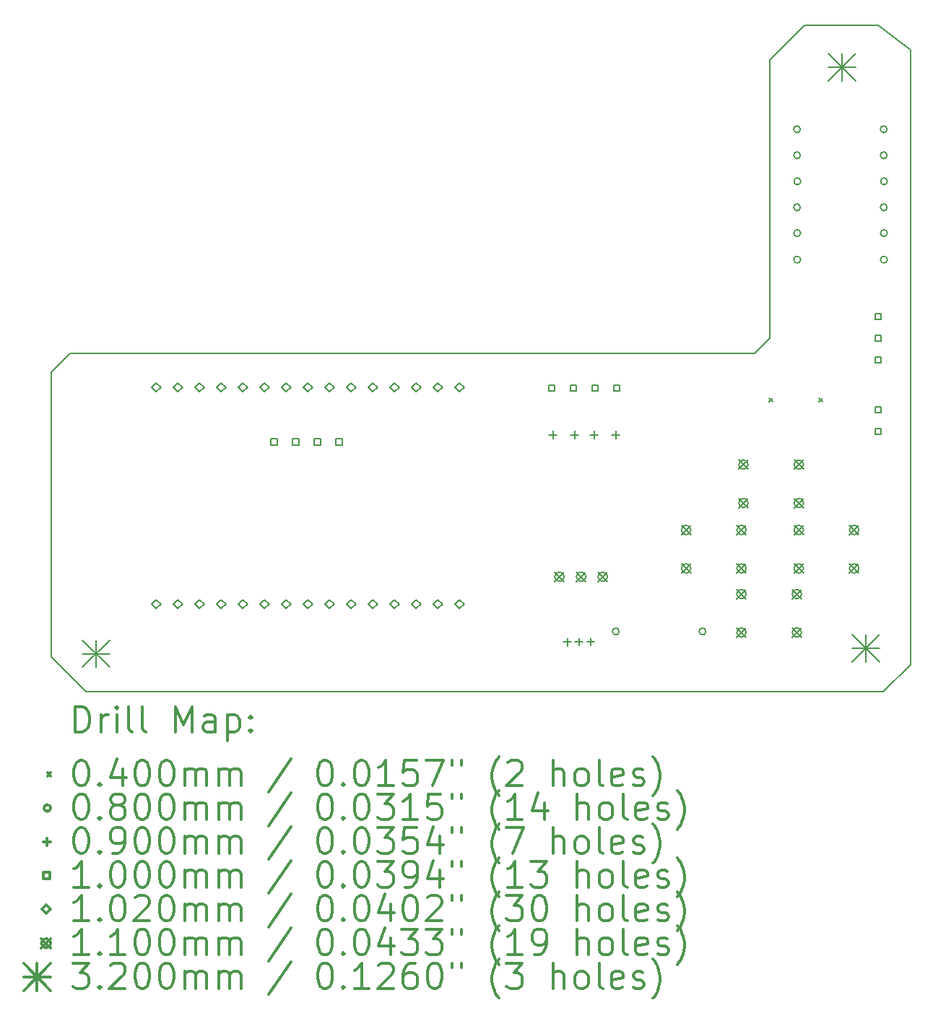
<source format=gbr>
%FSLAX45Y45*%
G04 Gerber Fmt 4.5, Leading zero omitted, Abs format (unit mm)*
G04 Created by KiCad (PCBNEW (5.1.10)-1) date 2024-12-13 18:52:23*
%MOMM*%
%LPD*%
G01*
G04 APERTURE LIST*
%TA.AperFunction,Profile*%
%ADD10C,0.150000*%
%TD*%
%ADD11C,0.200000*%
%ADD12C,0.300000*%
G04 APERTURE END LIST*
D10*
X18677564Y-4869535D02*
X17890164Y-4869535D01*
X18753764Y-4869535D02*
X18677564Y-4869535D01*
X19134764Y-5161635D02*
X18753764Y-4869535D01*
X19134764Y-12362535D02*
X19134764Y-5161635D01*
X18817264Y-12680035D02*
X19134764Y-12362535D01*
X9470064Y-12680035D02*
X18817264Y-12680035D01*
X9063664Y-12273635D02*
X9470064Y-12680035D01*
X9063663Y-8933535D02*
X9063664Y-12273635D01*
X9279564Y-8717635D02*
X9063663Y-8933535D01*
X17305964Y-8717635D02*
X9279564Y-8717635D01*
X17483763Y-8539835D02*
X17305964Y-8717635D01*
X17483763Y-5275935D02*
X17483763Y-8539835D01*
X17890164Y-4869535D02*
X17483763Y-5275935D01*
D11*
X17476464Y-9243735D02*
X17516464Y-9283735D01*
X17516464Y-9243735D02*
X17476464Y-9283735D01*
X18060664Y-9243735D02*
X18100664Y-9283735D01*
X18100664Y-9243735D02*
X18060664Y-9283735D01*
X15720363Y-11975185D02*
G75*
G03*
X15720363Y-11975185I-40000J0D01*
G01*
X16736363Y-11975185D02*
G75*
G03*
X16736363Y-11975185I-40000J0D01*
G01*
X17845835Y-6396837D02*
G75*
G03*
X17845835Y-6396837I-40000J0D01*
G01*
X17845836Y-7006437D02*
G75*
G03*
X17845836Y-7006437I-40000J0D01*
G01*
X17845836Y-6092037D02*
G75*
G03*
X17845836Y-6092037I-40000J0D01*
G01*
X17847614Y-7307935D02*
G75*
G03*
X17847614Y-7307935I-40000J0D01*
G01*
X17847614Y-7619085D02*
G75*
G03*
X17847614Y-7619085I-40000J0D01*
G01*
X17848636Y-6701637D02*
G75*
G03*
X17848636Y-6701637I-40000J0D01*
G01*
X18861835Y-6396837D02*
G75*
G03*
X18861835Y-6396837I-40000J0D01*
G01*
X18861836Y-7006437D02*
G75*
G03*
X18861836Y-7006437I-40000J0D01*
G01*
X18861836Y-6092037D02*
G75*
G03*
X18861836Y-6092037I-40000J0D01*
G01*
X18863614Y-7307935D02*
G75*
G03*
X18863614Y-7307935I-40000J0D01*
G01*
X18863614Y-7619085D02*
G75*
G03*
X18863614Y-7619085I-40000J0D01*
G01*
X18864636Y-6701637D02*
G75*
G03*
X18864636Y-6701637I-40000J0D01*
G01*
X14943764Y-9625135D02*
X14943764Y-9715135D01*
X14898764Y-9670135D02*
X14988764Y-9670135D01*
X15111403Y-12052275D02*
X15111403Y-12142275D01*
X15066403Y-12097275D02*
X15156403Y-12097275D01*
X15197764Y-9625135D02*
X15197764Y-9715135D01*
X15152764Y-9670135D02*
X15242764Y-9670135D01*
X15248563Y-12050835D02*
X15248563Y-12140835D01*
X15203563Y-12095835D02*
X15293563Y-12095835D01*
X15385723Y-12050835D02*
X15385723Y-12140835D01*
X15340723Y-12095835D02*
X15430723Y-12095835D01*
X15426363Y-9625135D02*
X15426363Y-9715135D01*
X15381363Y-9670135D02*
X15471363Y-9670135D01*
X15680363Y-9625135D02*
X15680363Y-9715135D01*
X15635363Y-9670135D02*
X15725363Y-9670135D01*
X11708819Y-9788491D02*
X11708819Y-9717779D01*
X11638108Y-9717779D01*
X11638108Y-9788491D01*
X11708819Y-9788491D01*
X11962819Y-9788491D02*
X11962819Y-9717779D01*
X11892108Y-9717779D01*
X11892108Y-9788491D01*
X11962819Y-9788491D01*
X12216819Y-9788491D02*
X12216819Y-9717779D01*
X12146108Y-9717779D01*
X12146108Y-9788491D01*
X12216819Y-9788491D01*
X12470819Y-9788491D02*
X12470819Y-9717779D01*
X12400108Y-9717779D01*
X12400108Y-9788491D01*
X12470819Y-9788491D01*
X14966419Y-9159391D02*
X14966419Y-9088679D01*
X14895708Y-9088679D01*
X14895708Y-9159391D01*
X14966419Y-9159391D01*
X15220419Y-9159391D02*
X15220419Y-9088679D01*
X15149708Y-9088679D01*
X15149708Y-9159391D01*
X15220419Y-9159391D01*
X15474419Y-9159391D02*
X15474419Y-9088679D01*
X15403708Y-9088679D01*
X15403708Y-9159391D01*
X15474419Y-9159391D01*
X15728419Y-9159391D02*
X15728419Y-9088679D01*
X15657708Y-9088679D01*
X15657708Y-9159391D01*
X15728419Y-9159391D01*
X18789119Y-8321190D02*
X18789119Y-8250479D01*
X18718408Y-8250479D01*
X18718408Y-8321190D01*
X18789119Y-8321190D01*
X18789119Y-8575191D02*
X18789119Y-8504479D01*
X18718408Y-8504479D01*
X18718408Y-8575191D01*
X18789119Y-8575191D01*
X18789119Y-8829191D02*
X18789119Y-8758479D01*
X18718408Y-8758479D01*
X18718408Y-8829191D01*
X18789119Y-8829191D01*
X18789119Y-9413391D02*
X18789119Y-9342679D01*
X18718408Y-9342679D01*
X18718408Y-9413391D01*
X18789119Y-9413391D01*
X18789119Y-9667391D02*
X18789119Y-9596679D01*
X18718408Y-9596679D01*
X18718408Y-9667391D01*
X18789119Y-9667391D01*
X10293464Y-9162335D02*
X10344464Y-9111335D01*
X10293464Y-9060335D01*
X10242464Y-9111335D01*
X10293464Y-9162335D01*
X10293464Y-11702335D02*
X10344464Y-11651335D01*
X10293464Y-11600335D01*
X10242464Y-11651335D01*
X10293464Y-11702335D01*
X10547464Y-9162335D02*
X10598464Y-9111335D01*
X10547464Y-9060335D01*
X10496464Y-9111335D01*
X10547464Y-9162335D01*
X10547464Y-11702335D02*
X10598464Y-11651335D01*
X10547464Y-11600335D01*
X10496464Y-11651335D01*
X10547464Y-11702335D01*
X10801464Y-9162335D02*
X10852464Y-9111335D01*
X10801464Y-9060335D01*
X10750464Y-9111335D01*
X10801464Y-9162335D01*
X10801464Y-11702335D02*
X10852464Y-11651335D01*
X10801464Y-11600335D01*
X10750464Y-11651335D01*
X10801464Y-11702335D01*
X11055464Y-9162335D02*
X11106464Y-9111335D01*
X11055464Y-9060335D01*
X11004464Y-9111335D01*
X11055464Y-9162335D01*
X11055464Y-11702335D02*
X11106464Y-11651335D01*
X11055464Y-11600335D01*
X11004464Y-11651335D01*
X11055464Y-11702335D01*
X11309463Y-9162335D02*
X11360463Y-9111335D01*
X11309463Y-9060335D01*
X11258463Y-9111335D01*
X11309463Y-9162335D01*
X11309463Y-11702335D02*
X11360463Y-11651335D01*
X11309463Y-11600335D01*
X11258463Y-11651335D01*
X11309463Y-11702335D01*
X11563463Y-9162335D02*
X11614463Y-9111335D01*
X11563463Y-9060335D01*
X11512463Y-9111335D01*
X11563463Y-9162335D01*
X11563463Y-11702335D02*
X11614463Y-11651335D01*
X11563463Y-11600335D01*
X11512463Y-11651335D01*
X11563463Y-11702335D01*
X11817463Y-9162335D02*
X11868463Y-9111335D01*
X11817463Y-9060335D01*
X11766463Y-9111335D01*
X11817463Y-9162335D01*
X11817463Y-11702335D02*
X11868463Y-11651335D01*
X11817463Y-11600335D01*
X11766463Y-11651335D01*
X11817463Y-11702335D01*
X12071463Y-9162335D02*
X12122463Y-9111335D01*
X12071463Y-9060335D01*
X12020463Y-9111335D01*
X12071463Y-9162335D01*
X12071463Y-11702335D02*
X12122463Y-11651335D01*
X12071463Y-11600335D01*
X12020463Y-11651335D01*
X12071463Y-11702335D01*
X12325463Y-9162335D02*
X12376463Y-9111335D01*
X12325463Y-9060335D01*
X12274463Y-9111335D01*
X12325463Y-9162335D01*
X12325463Y-11702335D02*
X12376463Y-11651335D01*
X12325463Y-11600335D01*
X12274463Y-11651335D01*
X12325463Y-11702335D01*
X12579463Y-9162335D02*
X12630463Y-9111335D01*
X12579463Y-9060335D01*
X12528463Y-9111335D01*
X12579463Y-9162335D01*
X12579463Y-11702335D02*
X12630463Y-11651335D01*
X12579463Y-11600335D01*
X12528463Y-11651335D01*
X12579463Y-11702335D01*
X12833463Y-9162335D02*
X12884463Y-9111335D01*
X12833463Y-9060335D01*
X12782463Y-9111335D01*
X12833463Y-9162335D01*
X12833463Y-11702335D02*
X12884463Y-11651335D01*
X12833463Y-11600335D01*
X12782463Y-11651335D01*
X12833463Y-11702335D01*
X13087463Y-9162335D02*
X13138463Y-9111335D01*
X13087463Y-9060335D01*
X13036463Y-9111335D01*
X13087463Y-9162335D01*
X13087463Y-11702335D02*
X13138463Y-11651335D01*
X13087463Y-11600335D01*
X13036463Y-11651335D01*
X13087463Y-11702335D01*
X13341463Y-9162335D02*
X13392463Y-9111335D01*
X13341463Y-9060335D01*
X13290463Y-9111335D01*
X13341463Y-9162335D01*
X13341463Y-11702335D02*
X13392463Y-11651335D01*
X13341463Y-11600335D01*
X13290463Y-11651335D01*
X13341463Y-11702335D01*
X13595463Y-9162335D02*
X13646463Y-9111335D01*
X13595463Y-9060335D01*
X13544463Y-9111335D01*
X13595463Y-9162335D01*
X13595463Y-11702335D02*
X13646463Y-11651335D01*
X13595463Y-11600335D01*
X13544463Y-11651335D01*
X13595463Y-11702335D01*
X13849463Y-9162335D02*
X13900463Y-9111335D01*
X13849463Y-9060335D01*
X13798463Y-9111335D01*
X13849463Y-9162335D01*
X13849463Y-11702335D02*
X13900463Y-11651335D01*
X13849463Y-11600335D01*
X13798463Y-11651335D01*
X13849463Y-11702335D01*
X14964964Y-11278835D02*
X15074964Y-11388835D01*
X15074964Y-11278835D02*
X14964964Y-11388835D01*
X15074964Y-11333835D02*
G75*
G03*
X15074964Y-11333835I-55000J0D01*
G01*
X15218964Y-11278835D02*
X15328964Y-11388835D01*
X15328964Y-11278835D02*
X15218964Y-11388835D01*
X15328964Y-11333835D02*
G75*
G03*
X15328964Y-11333835I-55000J0D01*
G01*
X15472964Y-11278835D02*
X15582964Y-11388835D01*
X15582964Y-11278835D02*
X15472964Y-11388835D01*
X15582964Y-11333835D02*
G75*
G03*
X15582964Y-11333835I-55000J0D01*
G01*
X16449600Y-10731273D02*
X16559600Y-10841273D01*
X16559600Y-10731273D02*
X16449600Y-10841273D01*
X16559600Y-10786273D02*
G75*
G03*
X16559600Y-10786273I-55000J0D01*
G01*
X16449600Y-11181273D02*
X16559600Y-11291273D01*
X16559600Y-11181273D02*
X16449600Y-11291273D01*
X16559600Y-11236273D02*
G75*
G03*
X16559600Y-11236273I-55000J0D01*
G01*
X17098564Y-11482035D02*
X17208564Y-11592035D01*
X17208564Y-11482035D02*
X17098564Y-11592035D01*
X17208564Y-11537035D02*
G75*
G03*
X17208564Y-11537035I-55000J0D01*
G01*
X17098564Y-11932035D02*
X17208564Y-12042035D01*
X17208564Y-11932035D02*
X17098564Y-12042035D01*
X17208564Y-11987035D02*
G75*
G03*
X17208564Y-11987035I-55000J0D01*
G01*
X17099601Y-10731273D02*
X17209601Y-10841273D01*
X17209601Y-10731273D02*
X17099601Y-10841273D01*
X17209601Y-10786273D02*
G75*
G03*
X17209601Y-10786273I-55000J0D01*
G01*
X17099601Y-11181273D02*
X17209601Y-11291273D01*
X17209601Y-11181273D02*
X17099601Y-11291273D01*
X17209601Y-11236273D02*
G75*
G03*
X17209601Y-11236273I-55000J0D01*
G01*
X17121664Y-9965235D02*
X17231664Y-10075235D01*
X17231664Y-9965235D02*
X17121664Y-10075235D01*
X17231664Y-10020235D02*
G75*
G03*
X17231664Y-10020235I-55000J0D01*
G01*
X17121664Y-10415235D02*
X17231664Y-10525235D01*
X17231664Y-10415235D02*
X17121664Y-10525235D01*
X17231664Y-10470235D02*
G75*
G03*
X17231664Y-10470235I-55000J0D01*
G01*
X17748564Y-11482035D02*
X17858564Y-11592035D01*
X17858564Y-11482035D02*
X17748564Y-11592035D01*
X17858564Y-11537035D02*
G75*
G03*
X17858564Y-11537035I-55000J0D01*
G01*
X17748564Y-11932035D02*
X17858564Y-12042035D01*
X17858564Y-11932035D02*
X17748564Y-12042035D01*
X17858564Y-11987035D02*
G75*
G03*
X17858564Y-11987035I-55000J0D01*
G01*
X17770400Y-10731273D02*
X17880400Y-10841273D01*
X17880400Y-10731273D02*
X17770400Y-10841273D01*
X17880400Y-10786273D02*
G75*
G03*
X17880400Y-10786273I-55000J0D01*
G01*
X17770400Y-11181273D02*
X17880400Y-11291273D01*
X17880400Y-11181273D02*
X17770400Y-11291273D01*
X17880400Y-11236273D02*
G75*
G03*
X17880400Y-11236273I-55000J0D01*
G01*
X17771664Y-9965235D02*
X17881664Y-10075235D01*
X17881664Y-9965235D02*
X17771664Y-10075235D01*
X17881664Y-10020235D02*
G75*
G03*
X17881664Y-10020235I-55000J0D01*
G01*
X17771664Y-10415235D02*
X17881664Y-10525235D01*
X17881664Y-10415235D02*
X17771664Y-10525235D01*
X17881664Y-10470235D02*
G75*
G03*
X17881664Y-10470235I-55000J0D01*
G01*
X18420400Y-10731273D02*
X18530400Y-10841273D01*
X18530400Y-10731273D02*
X18420400Y-10841273D01*
X18530400Y-10786273D02*
G75*
G03*
X18530400Y-10786273I-55000J0D01*
G01*
X18420400Y-11181273D02*
X18530400Y-11291273D01*
X18530400Y-11181273D02*
X18420400Y-11291273D01*
X18530400Y-11236273D02*
G75*
G03*
X18530400Y-11236273I-55000J0D01*
G01*
X9424364Y-12075535D02*
X9744364Y-12395535D01*
X9744364Y-12075535D02*
X9424364Y-12395535D01*
X9584364Y-12075535D02*
X9584364Y-12395535D01*
X9424364Y-12235535D02*
X9744364Y-12235535D01*
X18174664Y-5204835D02*
X18494664Y-5524835D01*
X18494664Y-5204835D02*
X18174664Y-5524835D01*
X18334664Y-5204835D02*
X18334664Y-5524835D01*
X18174664Y-5364835D02*
X18494664Y-5364835D01*
X18454064Y-12012035D02*
X18774064Y-12332035D01*
X18774064Y-12012035D02*
X18454064Y-12332035D01*
X18614064Y-12012035D02*
X18614064Y-12332035D01*
X18454064Y-12172035D02*
X18774064Y-12172035D01*
D12*
X9342592Y-13153249D02*
X9342592Y-12853249D01*
X9414020Y-12853249D01*
X9456878Y-12867535D01*
X9485449Y-12896106D01*
X9499735Y-12924678D01*
X9514020Y-12981821D01*
X9514020Y-13024678D01*
X9499735Y-13081821D01*
X9485449Y-13110392D01*
X9456878Y-13138963D01*
X9414020Y-13153249D01*
X9342592Y-13153249D01*
X9642592Y-13153249D02*
X9642592Y-12953249D01*
X9642592Y-13010392D02*
X9656878Y-12981821D01*
X9671163Y-12967535D01*
X9699735Y-12953249D01*
X9728306Y-12953249D01*
X9828306Y-13153249D02*
X9828306Y-12953249D01*
X9828306Y-12853249D02*
X9814020Y-12867535D01*
X9828306Y-12881821D01*
X9842592Y-12867535D01*
X9828306Y-12853249D01*
X9828306Y-12881821D01*
X10014020Y-13153249D02*
X9985449Y-13138963D01*
X9971163Y-13110392D01*
X9971163Y-12853249D01*
X10171163Y-13153249D02*
X10142592Y-13138963D01*
X10128306Y-13110392D01*
X10128306Y-12853249D01*
X10514020Y-13153249D02*
X10514020Y-12853249D01*
X10614020Y-13067535D01*
X10714020Y-12853249D01*
X10714020Y-13153249D01*
X10985449Y-13153249D02*
X10985449Y-12996106D01*
X10971163Y-12967535D01*
X10942592Y-12953249D01*
X10885449Y-12953249D01*
X10856878Y-12967535D01*
X10985449Y-13138963D02*
X10956878Y-13153249D01*
X10885449Y-13153249D01*
X10856878Y-13138963D01*
X10842592Y-13110392D01*
X10842592Y-13081821D01*
X10856878Y-13053249D01*
X10885449Y-13038963D01*
X10956878Y-13038963D01*
X10985449Y-13024678D01*
X11128306Y-12953249D02*
X11128306Y-13253249D01*
X11128306Y-12967535D02*
X11156878Y-12953249D01*
X11214020Y-12953249D01*
X11242592Y-12967535D01*
X11256877Y-12981821D01*
X11271163Y-13010392D01*
X11271163Y-13096106D01*
X11256877Y-13124678D01*
X11242592Y-13138963D01*
X11214020Y-13153249D01*
X11156878Y-13153249D01*
X11128306Y-13138963D01*
X11399735Y-13124678D02*
X11414020Y-13138963D01*
X11399735Y-13153249D01*
X11385449Y-13138963D01*
X11399735Y-13124678D01*
X11399735Y-13153249D01*
X11399735Y-12967535D02*
X11414020Y-12981821D01*
X11399735Y-12996106D01*
X11385449Y-12981821D01*
X11399735Y-12967535D01*
X11399735Y-12996106D01*
X9016163Y-13627535D02*
X9056163Y-13667535D01*
X9056163Y-13627535D02*
X9016163Y-13667535D01*
X9399735Y-13483249D02*
X9428306Y-13483249D01*
X9456878Y-13497535D01*
X9471163Y-13511821D01*
X9485449Y-13540392D01*
X9499735Y-13597535D01*
X9499735Y-13668963D01*
X9485449Y-13726106D01*
X9471163Y-13754678D01*
X9456878Y-13768963D01*
X9428306Y-13783249D01*
X9399735Y-13783249D01*
X9371163Y-13768963D01*
X9356878Y-13754678D01*
X9342592Y-13726106D01*
X9328306Y-13668963D01*
X9328306Y-13597535D01*
X9342592Y-13540392D01*
X9356878Y-13511821D01*
X9371163Y-13497535D01*
X9399735Y-13483249D01*
X9628306Y-13754678D02*
X9642592Y-13768963D01*
X9628306Y-13783249D01*
X9614020Y-13768963D01*
X9628306Y-13754678D01*
X9628306Y-13783249D01*
X9899735Y-13583249D02*
X9899735Y-13783249D01*
X9828306Y-13468963D02*
X9756878Y-13683249D01*
X9942592Y-13683249D01*
X10114020Y-13483249D02*
X10142592Y-13483249D01*
X10171163Y-13497535D01*
X10185449Y-13511821D01*
X10199735Y-13540392D01*
X10214020Y-13597535D01*
X10214020Y-13668963D01*
X10199735Y-13726106D01*
X10185449Y-13754678D01*
X10171163Y-13768963D01*
X10142592Y-13783249D01*
X10114020Y-13783249D01*
X10085449Y-13768963D01*
X10071163Y-13754678D01*
X10056878Y-13726106D01*
X10042592Y-13668963D01*
X10042592Y-13597535D01*
X10056878Y-13540392D01*
X10071163Y-13511821D01*
X10085449Y-13497535D01*
X10114020Y-13483249D01*
X10399735Y-13483249D02*
X10428306Y-13483249D01*
X10456878Y-13497535D01*
X10471163Y-13511821D01*
X10485449Y-13540392D01*
X10499735Y-13597535D01*
X10499735Y-13668963D01*
X10485449Y-13726106D01*
X10471163Y-13754678D01*
X10456878Y-13768963D01*
X10428306Y-13783249D01*
X10399735Y-13783249D01*
X10371163Y-13768963D01*
X10356878Y-13754678D01*
X10342592Y-13726106D01*
X10328306Y-13668963D01*
X10328306Y-13597535D01*
X10342592Y-13540392D01*
X10356878Y-13511821D01*
X10371163Y-13497535D01*
X10399735Y-13483249D01*
X10628306Y-13783249D02*
X10628306Y-13583249D01*
X10628306Y-13611821D02*
X10642592Y-13597535D01*
X10671163Y-13583249D01*
X10714020Y-13583249D01*
X10742592Y-13597535D01*
X10756878Y-13626106D01*
X10756878Y-13783249D01*
X10756878Y-13626106D02*
X10771163Y-13597535D01*
X10799735Y-13583249D01*
X10842592Y-13583249D01*
X10871163Y-13597535D01*
X10885449Y-13626106D01*
X10885449Y-13783249D01*
X11028306Y-13783249D02*
X11028306Y-13583249D01*
X11028306Y-13611821D02*
X11042592Y-13597535D01*
X11071163Y-13583249D01*
X11114020Y-13583249D01*
X11142592Y-13597535D01*
X11156878Y-13626106D01*
X11156878Y-13783249D01*
X11156878Y-13626106D02*
X11171163Y-13597535D01*
X11199735Y-13583249D01*
X11242592Y-13583249D01*
X11271163Y-13597535D01*
X11285449Y-13626106D01*
X11285449Y-13783249D01*
X11871163Y-13468963D02*
X11614020Y-13854678D01*
X12256877Y-13483249D02*
X12285449Y-13483249D01*
X12314020Y-13497535D01*
X12328306Y-13511821D01*
X12342592Y-13540392D01*
X12356877Y-13597535D01*
X12356877Y-13668963D01*
X12342592Y-13726106D01*
X12328306Y-13754678D01*
X12314020Y-13768963D01*
X12285449Y-13783249D01*
X12256877Y-13783249D01*
X12228306Y-13768963D01*
X12214020Y-13754678D01*
X12199735Y-13726106D01*
X12185449Y-13668963D01*
X12185449Y-13597535D01*
X12199735Y-13540392D01*
X12214020Y-13511821D01*
X12228306Y-13497535D01*
X12256877Y-13483249D01*
X12485449Y-13754678D02*
X12499735Y-13768963D01*
X12485449Y-13783249D01*
X12471163Y-13768963D01*
X12485449Y-13754678D01*
X12485449Y-13783249D01*
X12685449Y-13483249D02*
X12714020Y-13483249D01*
X12742592Y-13497535D01*
X12756877Y-13511821D01*
X12771163Y-13540392D01*
X12785449Y-13597535D01*
X12785449Y-13668963D01*
X12771163Y-13726106D01*
X12756877Y-13754678D01*
X12742592Y-13768963D01*
X12714020Y-13783249D01*
X12685449Y-13783249D01*
X12656877Y-13768963D01*
X12642592Y-13754678D01*
X12628306Y-13726106D01*
X12614020Y-13668963D01*
X12614020Y-13597535D01*
X12628306Y-13540392D01*
X12642592Y-13511821D01*
X12656877Y-13497535D01*
X12685449Y-13483249D01*
X13071163Y-13783249D02*
X12899735Y-13783249D01*
X12985449Y-13783249D02*
X12985449Y-13483249D01*
X12956877Y-13526106D01*
X12928306Y-13554678D01*
X12899735Y-13568963D01*
X13342592Y-13483249D02*
X13199735Y-13483249D01*
X13185449Y-13626106D01*
X13199735Y-13611821D01*
X13228306Y-13597535D01*
X13299735Y-13597535D01*
X13328306Y-13611821D01*
X13342592Y-13626106D01*
X13356877Y-13654678D01*
X13356877Y-13726106D01*
X13342592Y-13754678D01*
X13328306Y-13768963D01*
X13299735Y-13783249D01*
X13228306Y-13783249D01*
X13199735Y-13768963D01*
X13185449Y-13754678D01*
X13456877Y-13483249D02*
X13656877Y-13483249D01*
X13528306Y-13783249D01*
X13756877Y-13483249D02*
X13756877Y-13540392D01*
X13871163Y-13483249D02*
X13871163Y-13540392D01*
X14314020Y-13897535D02*
X14299735Y-13883249D01*
X14271163Y-13840392D01*
X14256877Y-13811821D01*
X14242592Y-13768963D01*
X14228306Y-13697535D01*
X14228306Y-13640392D01*
X14242592Y-13568963D01*
X14256877Y-13526106D01*
X14271163Y-13497535D01*
X14299735Y-13454678D01*
X14314020Y-13440392D01*
X14414020Y-13511821D02*
X14428306Y-13497535D01*
X14456877Y-13483249D01*
X14528306Y-13483249D01*
X14556877Y-13497535D01*
X14571163Y-13511821D01*
X14585449Y-13540392D01*
X14585449Y-13568963D01*
X14571163Y-13611821D01*
X14399735Y-13783249D01*
X14585449Y-13783249D01*
X14942592Y-13783249D02*
X14942592Y-13483249D01*
X15071163Y-13783249D02*
X15071163Y-13626106D01*
X15056877Y-13597535D01*
X15028306Y-13583249D01*
X14985449Y-13583249D01*
X14956877Y-13597535D01*
X14942592Y-13611821D01*
X15256877Y-13783249D02*
X15228306Y-13768963D01*
X15214020Y-13754678D01*
X15199735Y-13726106D01*
X15199735Y-13640392D01*
X15214020Y-13611821D01*
X15228306Y-13597535D01*
X15256877Y-13583249D01*
X15299735Y-13583249D01*
X15328306Y-13597535D01*
X15342592Y-13611821D01*
X15356877Y-13640392D01*
X15356877Y-13726106D01*
X15342592Y-13754678D01*
X15328306Y-13768963D01*
X15299735Y-13783249D01*
X15256877Y-13783249D01*
X15528306Y-13783249D02*
X15499735Y-13768963D01*
X15485449Y-13740392D01*
X15485449Y-13483249D01*
X15756877Y-13768963D02*
X15728306Y-13783249D01*
X15671163Y-13783249D01*
X15642592Y-13768963D01*
X15628306Y-13740392D01*
X15628306Y-13626106D01*
X15642592Y-13597535D01*
X15671163Y-13583249D01*
X15728306Y-13583249D01*
X15756877Y-13597535D01*
X15771163Y-13626106D01*
X15771163Y-13654678D01*
X15628306Y-13683249D01*
X15885449Y-13768963D02*
X15914020Y-13783249D01*
X15971163Y-13783249D01*
X15999735Y-13768963D01*
X16014020Y-13740392D01*
X16014020Y-13726106D01*
X15999735Y-13697535D01*
X15971163Y-13683249D01*
X15928306Y-13683249D01*
X15899735Y-13668963D01*
X15885449Y-13640392D01*
X15885449Y-13626106D01*
X15899735Y-13597535D01*
X15928306Y-13583249D01*
X15971163Y-13583249D01*
X15999735Y-13597535D01*
X16114020Y-13897535D02*
X16128306Y-13883249D01*
X16156877Y-13840392D01*
X16171163Y-13811821D01*
X16185449Y-13768963D01*
X16199735Y-13697535D01*
X16199735Y-13640392D01*
X16185449Y-13568963D01*
X16171163Y-13526106D01*
X16156877Y-13497535D01*
X16128306Y-13454678D01*
X16114020Y-13440392D01*
X9056163Y-14043535D02*
G75*
G03*
X9056163Y-14043535I-40000J0D01*
G01*
X9399735Y-13879249D02*
X9428306Y-13879249D01*
X9456878Y-13893535D01*
X9471163Y-13907821D01*
X9485449Y-13936392D01*
X9499735Y-13993535D01*
X9499735Y-14064963D01*
X9485449Y-14122106D01*
X9471163Y-14150678D01*
X9456878Y-14164963D01*
X9428306Y-14179249D01*
X9399735Y-14179249D01*
X9371163Y-14164963D01*
X9356878Y-14150678D01*
X9342592Y-14122106D01*
X9328306Y-14064963D01*
X9328306Y-13993535D01*
X9342592Y-13936392D01*
X9356878Y-13907821D01*
X9371163Y-13893535D01*
X9399735Y-13879249D01*
X9628306Y-14150678D02*
X9642592Y-14164963D01*
X9628306Y-14179249D01*
X9614020Y-14164963D01*
X9628306Y-14150678D01*
X9628306Y-14179249D01*
X9814020Y-14007821D02*
X9785449Y-13993535D01*
X9771163Y-13979249D01*
X9756878Y-13950678D01*
X9756878Y-13936392D01*
X9771163Y-13907821D01*
X9785449Y-13893535D01*
X9814020Y-13879249D01*
X9871163Y-13879249D01*
X9899735Y-13893535D01*
X9914020Y-13907821D01*
X9928306Y-13936392D01*
X9928306Y-13950678D01*
X9914020Y-13979249D01*
X9899735Y-13993535D01*
X9871163Y-14007821D01*
X9814020Y-14007821D01*
X9785449Y-14022106D01*
X9771163Y-14036392D01*
X9756878Y-14064963D01*
X9756878Y-14122106D01*
X9771163Y-14150678D01*
X9785449Y-14164963D01*
X9814020Y-14179249D01*
X9871163Y-14179249D01*
X9899735Y-14164963D01*
X9914020Y-14150678D01*
X9928306Y-14122106D01*
X9928306Y-14064963D01*
X9914020Y-14036392D01*
X9899735Y-14022106D01*
X9871163Y-14007821D01*
X10114020Y-13879249D02*
X10142592Y-13879249D01*
X10171163Y-13893535D01*
X10185449Y-13907821D01*
X10199735Y-13936392D01*
X10214020Y-13993535D01*
X10214020Y-14064963D01*
X10199735Y-14122106D01*
X10185449Y-14150678D01*
X10171163Y-14164963D01*
X10142592Y-14179249D01*
X10114020Y-14179249D01*
X10085449Y-14164963D01*
X10071163Y-14150678D01*
X10056878Y-14122106D01*
X10042592Y-14064963D01*
X10042592Y-13993535D01*
X10056878Y-13936392D01*
X10071163Y-13907821D01*
X10085449Y-13893535D01*
X10114020Y-13879249D01*
X10399735Y-13879249D02*
X10428306Y-13879249D01*
X10456878Y-13893535D01*
X10471163Y-13907821D01*
X10485449Y-13936392D01*
X10499735Y-13993535D01*
X10499735Y-14064963D01*
X10485449Y-14122106D01*
X10471163Y-14150678D01*
X10456878Y-14164963D01*
X10428306Y-14179249D01*
X10399735Y-14179249D01*
X10371163Y-14164963D01*
X10356878Y-14150678D01*
X10342592Y-14122106D01*
X10328306Y-14064963D01*
X10328306Y-13993535D01*
X10342592Y-13936392D01*
X10356878Y-13907821D01*
X10371163Y-13893535D01*
X10399735Y-13879249D01*
X10628306Y-14179249D02*
X10628306Y-13979249D01*
X10628306Y-14007821D02*
X10642592Y-13993535D01*
X10671163Y-13979249D01*
X10714020Y-13979249D01*
X10742592Y-13993535D01*
X10756878Y-14022106D01*
X10756878Y-14179249D01*
X10756878Y-14022106D02*
X10771163Y-13993535D01*
X10799735Y-13979249D01*
X10842592Y-13979249D01*
X10871163Y-13993535D01*
X10885449Y-14022106D01*
X10885449Y-14179249D01*
X11028306Y-14179249D02*
X11028306Y-13979249D01*
X11028306Y-14007821D02*
X11042592Y-13993535D01*
X11071163Y-13979249D01*
X11114020Y-13979249D01*
X11142592Y-13993535D01*
X11156878Y-14022106D01*
X11156878Y-14179249D01*
X11156878Y-14022106D02*
X11171163Y-13993535D01*
X11199735Y-13979249D01*
X11242592Y-13979249D01*
X11271163Y-13993535D01*
X11285449Y-14022106D01*
X11285449Y-14179249D01*
X11871163Y-13864963D02*
X11614020Y-14250678D01*
X12256877Y-13879249D02*
X12285449Y-13879249D01*
X12314020Y-13893535D01*
X12328306Y-13907821D01*
X12342592Y-13936392D01*
X12356877Y-13993535D01*
X12356877Y-14064963D01*
X12342592Y-14122106D01*
X12328306Y-14150678D01*
X12314020Y-14164963D01*
X12285449Y-14179249D01*
X12256877Y-14179249D01*
X12228306Y-14164963D01*
X12214020Y-14150678D01*
X12199735Y-14122106D01*
X12185449Y-14064963D01*
X12185449Y-13993535D01*
X12199735Y-13936392D01*
X12214020Y-13907821D01*
X12228306Y-13893535D01*
X12256877Y-13879249D01*
X12485449Y-14150678D02*
X12499735Y-14164963D01*
X12485449Y-14179249D01*
X12471163Y-14164963D01*
X12485449Y-14150678D01*
X12485449Y-14179249D01*
X12685449Y-13879249D02*
X12714020Y-13879249D01*
X12742592Y-13893535D01*
X12756877Y-13907821D01*
X12771163Y-13936392D01*
X12785449Y-13993535D01*
X12785449Y-14064963D01*
X12771163Y-14122106D01*
X12756877Y-14150678D01*
X12742592Y-14164963D01*
X12714020Y-14179249D01*
X12685449Y-14179249D01*
X12656877Y-14164963D01*
X12642592Y-14150678D01*
X12628306Y-14122106D01*
X12614020Y-14064963D01*
X12614020Y-13993535D01*
X12628306Y-13936392D01*
X12642592Y-13907821D01*
X12656877Y-13893535D01*
X12685449Y-13879249D01*
X12885449Y-13879249D02*
X13071163Y-13879249D01*
X12971163Y-13993535D01*
X13014020Y-13993535D01*
X13042592Y-14007821D01*
X13056877Y-14022106D01*
X13071163Y-14050678D01*
X13071163Y-14122106D01*
X13056877Y-14150678D01*
X13042592Y-14164963D01*
X13014020Y-14179249D01*
X12928306Y-14179249D01*
X12899735Y-14164963D01*
X12885449Y-14150678D01*
X13356877Y-14179249D02*
X13185449Y-14179249D01*
X13271163Y-14179249D02*
X13271163Y-13879249D01*
X13242592Y-13922106D01*
X13214020Y-13950678D01*
X13185449Y-13964963D01*
X13628306Y-13879249D02*
X13485449Y-13879249D01*
X13471163Y-14022106D01*
X13485449Y-14007821D01*
X13514020Y-13993535D01*
X13585449Y-13993535D01*
X13614020Y-14007821D01*
X13628306Y-14022106D01*
X13642592Y-14050678D01*
X13642592Y-14122106D01*
X13628306Y-14150678D01*
X13614020Y-14164963D01*
X13585449Y-14179249D01*
X13514020Y-14179249D01*
X13485449Y-14164963D01*
X13471163Y-14150678D01*
X13756877Y-13879249D02*
X13756877Y-13936392D01*
X13871163Y-13879249D02*
X13871163Y-13936392D01*
X14314020Y-14293535D02*
X14299735Y-14279249D01*
X14271163Y-14236392D01*
X14256877Y-14207821D01*
X14242592Y-14164963D01*
X14228306Y-14093535D01*
X14228306Y-14036392D01*
X14242592Y-13964963D01*
X14256877Y-13922106D01*
X14271163Y-13893535D01*
X14299735Y-13850678D01*
X14314020Y-13836392D01*
X14585449Y-14179249D02*
X14414020Y-14179249D01*
X14499735Y-14179249D02*
X14499735Y-13879249D01*
X14471163Y-13922106D01*
X14442592Y-13950678D01*
X14414020Y-13964963D01*
X14842592Y-13979249D02*
X14842592Y-14179249D01*
X14771163Y-13864963D02*
X14699735Y-14079249D01*
X14885449Y-14079249D01*
X15228306Y-14179249D02*
X15228306Y-13879249D01*
X15356877Y-14179249D02*
X15356877Y-14022106D01*
X15342592Y-13993535D01*
X15314020Y-13979249D01*
X15271163Y-13979249D01*
X15242592Y-13993535D01*
X15228306Y-14007821D01*
X15542592Y-14179249D02*
X15514020Y-14164963D01*
X15499735Y-14150678D01*
X15485449Y-14122106D01*
X15485449Y-14036392D01*
X15499735Y-14007821D01*
X15514020Y-13993535D01*
X15542592Y-13979249D01*
X15585449Y-13979249D01*
X15614020Y-13993535D01*
X15628306Y-14007821D01*
X15642592Y-14036392D01*
X15642592Y-14122106D01*
X15628306Y-14150678D01*
X15614020Y-14164963D01*
X15585449Y-14179249D01*
X15542592Y-14179249D01*
X15814020Y-14179249D02*
X15785449Y-14164963D01*
X15771163Y-14136392D01*
X15771163Y-13879249D01*
X16042592Y-14164963D02*
X16014020Y-14179249D01*
X15956877Y-14179249D01*
X15928306Y-14164963D01*
X15914020Y-14136392D01*
X15914020Y-14022106D01*
X15928306Y-13993535D01*
X15956877Y-13979249D01*
X16014020Y-13979249D01*
X16042592Y-13993535D01*
X16056877Y-14022106D01*
X16056877Y-14050678D01*
X15914020Y-14079249D01*
X16171163Y-14164963D02*
X16199735Y-14179249D01*
X16256877Y-14179249D01*
X16285449Y-14164963D01*
X16299735Y-14136392D01*
X16299735Y-14122106D01*
X16285449Y-14093535D01*
X16256877Y-14079249D01*
X16214020Y-14079249D01*
X16185449Y-14064963D01*
X16171163Y-14036392D01*
X16171163Y-14022106D01*
X16185449Y-13993535D01*
X16214020Y-13979249D01*
X16256877Y-13979249D01*
X16285449Y-13993535D01*
X16399735Y-14293535D02*
X16414020Y-14279249D01*
X16442592Y-14236392D01*
X16456877Y-14207821D01*
X16471163Y-14164963D01*
X16485449Y-14093535D01*
X16485449Y-14036392D01*
X16471163Y-13964963D01*
X16456877Y-13922106D01*
X16442592Y-13893535D01*
X16414020Y-13850678D01*
X16399735Y-13836392D01*
X9011163Y-14394535D02*
X9011163Y-14484535D01*
X8966163Y-14439535D02*
X9056163Y-14439535D01*
X9399735Y-14275249D02*
X9428306Y-14275249D01*
X9456878Y-14289535D01*
X9471163Y-14303821D01*
X9485449Y-14332392D01*
X9499735Y-14389535D01*
X9499735Y-14460963D01*
X9485449Y-14518106D01*
X9471163Y-14546678D01*
X9456878Y-14560963D01*
X9428306Y-14575249D01*
X9399735Y-14575249D01*
X9371163Y-14560963D01*
X9356878Y-14546678D01*
X9342592Y-14518106D01*
X9328306Y-14460963D01*
X9328306Y-14389535D01*
X9342592Y-14332392D01*
X9356878Y-14303821D01*
X9371163Y-14289535D01*
X9399735Y-14275249D01*
X9628306Y-14546678D02*
X9642592Y-14560963D01*
X9628306Y-14575249D01*
X9614020Y-14560963D01*
X9628306Y-14546678D01*
X9628306Y-14575249D01*
X9785449Y-14575249D02*
X9842592Y-14575249D01*
X9871163Y-14560963D01*
X9885449Y-14546678D01*
X9914020Y-14503821D01*
X9928306Y-14446678D01*
X9928306Y-14332392D01*
X9914020Y-14303821D01*
X9899735Y-14289535D01*
X9871163Y-14275249D01*
X9814020Y-14275249D01*
X9785449Y-14289535D01*
X9771163Y-14303821D01*
X9756878Y-14332392D01*
X9756878Y-14403821D01*
X9771163Y-14432392D01*
X9785449Y-14446678D01*
X9814020Y-14460963D01*
X9871163Y-14460963D01*
X9899735Y-14446678D01*
X9914020Y-14432392D01*
X9928306Y-14403821D01*
X10114020Y-14275249D02*
X10142592Y-14275249D01*
X10171163Y-14289535D01*
X10185449Y-14303821D01*
X10199735Y-14332392D01*
X10214020Y-14389535D01*
X10214020Y-14460963D01*
X10199735Y-14518106D01*
X10185449Y-14546678D01*
X10171163Y-14560963D01*
X10142592Y-14575249D01*
X10114020Y-14575249D01*
X10085449Y-14560963D01*
X10071163Y-14546678D01*
X10056878Y-14518106D01*
X10042592Y-14460963D01*
X10042592Y-14389535D01*
X10056878Y-14332392D01*
X10071163Y-14303821D01*
X10085449Y-14289535D01*
X10114020Y-14275249D01*
X10399735Y-14275249D02*
X10428306Y-14275249D01*
X10456878Y-14289535D01*
X10471163Y-14303821D01*
X10485449Y-14332392D01*
X10499735Y-14389535D01*
X10499735Y-14460963D01*
X10485449Y-14518106D01*
X10471163Y-14546678D01*
X10456878Y-14560963D01*
X10428306Y-14575249D01*
X10399735Y-14575249D01*
X10371163Y-14560963D01*
X10356878Y-14546678D01*
X10342592Y-14518106D01*
X10328306Y-14460963D01*
X10328306Y-14389535D01*
X10342592Y-14332392D01*
X10356878Y-14303821D01*
X10371163Y-14289535D01*
X10399735Y-14275249D01*
X10628306Y-14575249D02*
X10628306Y-14375249D01*
X10628306Y-14403821D02*
X10642592Y-14389535D01*
X10671163Y-14375249D01*
X10714020Y-14375249D01*
X10742592Y-14389535D01*
X10756878Y-14418106D01*
X10756878Y-14575249D01*
X10756878Y-14418106D02*
X10771163Y-14389535D01*
X10799735Y-14375249D01*
X10842592Y-14375249D01*
X10871163Y-14389535D01*
X10885449Y-14418106D01*
X10885449Y-14575249D01*
X11028306Y-14575249D02*
X11028306Y-14375249D01*
X11028306Y-14403821D02*
X11042592Y-14389535D01*
X11071163Y-14375249D01*
X11114020Y-14375249D01*
X11142592Y-14389535D01*
X11156878Y-14418106D01*
X11156878Y-14575249D01*
X11156878Y-14418106D02*
X11171163Y-14389535D01*
X11199735Y-14375249D01*
X11242592Y-14375249D01*
X11271163Y-14389535D01*
X11285449Y-14418106D01*
X11285449Y-14575249D01*
X11871163Y-14260963D02*
X11614020Y-14646678D01*
X12256877Y-14275249D02*
X12285449Y-14275249D01*
X12314020Y-14289535D01*
X12328306Y-14303821D01*
X12342592Y-14332392D01*
X12356877Y-14389535D01*
X12356877Y-14460963D01*
X12342592Y-14518106D01*
X12328306Y-14546678D01*
X12314020Y-14560963D01*
X12285449Y-14575249D01*
X12256877Y-14575249D01*
X12228306Y-14560963D01*
X12214020Y-14546678D01*
X12199735Y-14518106D01*
X12185449Y-14460963D01*
X12185449Y-14389535D01*
X12199735Y-14332392D01*
X12214020Y-14303821D01*
X12228306Y-14289535D01*
X12256877Y-14275249D01*
X12485449Y-14546678D02*
X12499735Y-14560963D01*
X12485449Y-14575249D01*
X12471163Y-14560963D01*
X12485449Y-14546678D01*
X12485449Y-14575249D01*
X12685449Y-14275249D02*
X12714020Y-14275249D01*
X12742592Y-14289535D01*
X12756877Y-14303821D01*
X12771163Y-14332392D01*
X12785449Y-14389535D01*
X12785449Y-14460963D01*
X12771163Y-14518106D01*
X12756877Y-14546678D01*
X12742592Y-14560963D01*
X12714020Y-14575249D01*
X12685449Y-14575249D01*
X12656877Y-14560963D01*
X12642592Y-14546678D01*
X12628306Y-14518106D01*
X12614020Y-14460963D01*
X12614020Y-14389535D01*
X12628306Y-14332392D01*
X12642592Y-14303821D01*
X12656877Y-14289535D01*
X12685449Y-14275249D01*
X12885449Y-14275249D02*
X13071163Y-14275249D01*
X12971163Y-14389535D01*
X13014020Y-14389535D01*
X13042592Y-14403821D01*
X13056877Y-14418106D01*
X13071163Y-14446678D01*
X13071163Y-14518106D01*
X13056877Y-14546678D01*
X13042592Y-14560963D01*
X13014020Y-14575249D01*
X12928306Y-14575249D01*
X12899735Y-14560963D01*
X12885449Y-14546678D01*
X13342592Y-14275249D02*
X13199735Y-14275249D01*
X13185449Y-14418106D01*
X13199735Y-14403821D01*
X13228306Y-14389535D01*
X13299735Y-14389535D01*
X13328306Y-14403821D01*
X13342592Y-14418106D01*
X13356877Y-14446678D01*
X13356877Y-14518106D01*
X13342592Y-14546678D01*
X13328306Y-14560963D01*
X13299735Y-14575249D01*
X13228306Y-14575249D01*
X13199735Y-14560963D01*
X13185449Y-14546678D01*
X13614020Y-14375249D02*
X13614020Y-14575249D01*
X13542592Y-14260963D02*
X13471163Y-14475249D01*
X13656877Y-14475249D01*
X13756877Y-14275249D02*
X13756877Y-14332392D01*
X13871163Y-14275249D02*
X13871163Y-14332392D01*
X14314020Y-14689535D02*
X14299735Y-14675249D01*
X14271163Y-14632392D01*
X14256877Y-14603821D01*
X14242592Y-14560963D01*
X14228306Y-14489535D01*
X14228306Y-14432392D01*
X14242592Y-14360963D01*
X14256877Y-14318106D01*
X14271163Y-14289535D01*
X14299735Y-14246678D01*
X14314020Y-14232392D01*
X14399735Y-14275249D02*
X14599735Y-14275249D01*
X14471163Y-14575249D01*
X14942592Y-14575249D02*
X14942592Y-14275249D01*
X15071163Y-14575249D02*
X15071163Y-14418106D01*
X15056877Y-14389535D01*
X15028306Y-14375249D01*
X14985449Y-14375249D01*
X14956877Y-14389535D01*
X14942592Y-14403821D01*
X15256877Y-14575249D02*
X15228306Y-14560963D01*
X15214020Y-14546678D01*
X15199735Y-14518106D01*
X15199735Y-14432392D01*
X15214020Y-14403821D01*
X15228306Y-14389535D01*
X15256877Y-14375249D01*
X15299735Y-14375249D01*
X15328306Y-14389535D01*
X15342592Y-14403821D01*
X15356877Y-14432392D01*
X15356877Y-14518106D01*
X15342592Y-14546678D01*
X15328306Y-14560963D01*
X15299735Y-14575249D01*
X15256877Y-14575249D01*
X15528306Y-14575249D02*
X15499735Y-14560963D01*
X15485449Y-14532392D01*
X15485449Y-14275249D01*
X15756877Y-14560963D02*
X15728306Y-14575249D01*
X15671163Y-14575249D01*
X15642592Y-14560963D01*
X15628306Y-14532392D01*
X15628306Y-14418106D01*
X15642592Y-14389535D01*
X15671163Y-14375249D01*
X15728306Y-14375249D01*
X15756877Y-14389535D01*
X15771163Y-14418106D01*
X15771163Y-14446678D01*
X15628306Y-14475249D01*
X15885449Y-14560963D02*
X15914020Y-14575249D01*
X15971163Y-14575249D01*
X15999735Y-14560963D01*
X16014020Y-14532392D01*
X16014020Y-14518106D01*
X15999735Y-14489535D01*
X15971163Y-14475249D01*
X15928306Y-14475249D01*
X15899735Y-14460963D01*
X15885449Y-14432392D01*
X15885449Y-14418106D01*
X15899735Y-14389535D01*
X15928306Y-14375249D01*
X15971163Y-14375249D01*
X15999735Y-14389535D01*
X16114020Y-14689535D02*
X16128306Y-14675249D01*
X16156877Y-14632392D01*
X16171163Y-14603821D01*
X16185449Y-14560963D01*
X16199735Y-14489535D01*
X16199735Y-14432392D01*
X16185449Y-14360963D01*
X16171163Y-14318106D01*
X16156877Y-14289535D01*
X16128306Y-14246678D01*
X16114020Y-14232392D01*
X9041519Y-14870891D02*
X9041519Y-14800179D01*
X8970808Y-14800179D01*
X8970808Y-14870891D01*
X9041519Y-14870891D01*
X9499735Y-14971249D02*
X9328306Y-14971249D01*
X9414020Y-14971249D02*
X9414020Y-14671249D01*
X9385449Y-14714106D01*
X9356878Y-14742678D01*
X9328306Y-14756963D01*
X9628306Y-14942678D02*
X9642592Y-14956963D01*
X9628306Y-14971249D01*
X9614020Y-14956963D01*
X9628306Y-14942678D01*
X9628306Y-14971249D01*
X9828306Y-14671249D02*
X9856878Y-14671249D01*
X9885449Y-14685535D01*
X9899735Y-14699821D01*
X9914020Y-14728392D01*
X9928306Y-14785535D01*
X9928306Y-14856963D01*
X9914020Y-14914106D01*
X9899735Y-14942678D01*
X9885449Y-14956963D01*
X9856878Y-14971249D01*
X9828306Y-14971249D01*
X9799735Y-14956963D01*
X9785449Y-14942678D01*
X9771163Y-14914106D01*
X9756878Y-14856963D01*
X9756878Y-14785535D01*
X9771163Y-14728392D01*
X9785449Y-14699821D01*
X9799735Y-14685535D01*
X9828306Y-14671249D01*
X10114020Y-14671249D02*
X10142592Y-14671249D01*
X10171163Y-14685535D01*
X10185449Y-14699821D01*
X10199735Y-14728392D01*
X10214020Y-14785535D01*
X10214020Y-14856963D01*
X10199735Y-14914106D01*
X10185449Y-14942678D01*
X10171163Y-14956963D01*
X10142592Y-14971249D01*
X10114020Y-14971249D01*
X10085449Y-14956963D01*
X10071163Y-14942678D01*
X10056878Y-14914106D01*
X10042592Y-14856963D01*
X10042592Y-14785535D01*
X10056878Y-14728392D01*
X10071163Y-14699821D01*
X10085449Y-14685535D01*
X10114020Y-14671249D01*
X10399735Y-14671249D02*
X10428306Y-14671249D01*
X10456878Y-14685535D01*
X10471163Y-14699821D01*
X10485449Y-14728392D01*
X10499735Y-14785535D01*
X10499735Y-14856963D01*
X10485449Y-14914106D01*
X10471163Y-14942678D01*
X10456878Y-14956963D01*
X10428306Y-14971249D01*
X10399735Y-14971249D01*
X10371163Y-14956963D01*
X10356878Y-14942678D01*
X10342592Y-14914106D01*
X10328306Y-14856963D01*
X10328306Y-14785535D01*
X10342592Y-14728392D01*
X10356878Y-14699821D01*
X10371163Y-14685535D01*
X10399735Y-14671249D01*
X10628306Y-14971249D02*
X10628306Y-14771249D01*
X10628306Y-14799821D02*
X10642592Y-14785535D01*
X10671163Y-14771249D01*
X10714020Y-14771249D01*
X10742592Y-14785535D01*
X10756878Y-14814106D01*
X10756878Y-14971249D01*
X10756878Y-14814106D02*
X10771163Y-14785535D01*
X10799735Y-14771249D01*
X10842592Y-14771249D01*
X10871163Y-14785535D01*
X10885449Y-14814106D01*
X10885449Y-14971249D01*
X11028306Y-14971249D02*
X11028306Y-14771249D01*
X11028306Y-14799821D02*
X11042592Y-14785535D01*
X11071163Y-14771249D01*
X11114020Y-14771249D01*
X11142592Y-14785535D01*
X11156878Y-14814106D01*
X11156878Y-14971249D01*
X11156878Y-14814106D02*
X11171163Y-14785535D01*
X11199735Y-14771249D01*
X11242592Y-14771249D01*
X11271163Y-14785535D01*
X11285449Y-14814106D01*
X11285449Y-14971249D01*
X11871163Y-14656963D02*
X11614020Y-15042678D01*
X12256877Y-14671249D02*
X12285449Y-14671249D01*
X12314020Y-14685535D01*
X12328306Y-14699821D01*
X12342592Y-14728392D01*
X12356877Y-14785535D01*
X12356877Y-14856963D01*
X12342592Y-14914106D01*
X12328306Y-14942678D01*
X12314020Y-14956963D01*
X12285449Y-14971249D01*
X12256877Y-14971249D01*
X12228306Y-14956963D01*
X12214020Y-14942678D01*
X12199735Y-14914106D01*
X12185449Y-14856963D01*
X12185449Y-14785535D01*
X12199735Y-14728392D01*
X12214020Y-14699821D01*
X12228306Y-14685535D01*
X12256877Y-14671249D01*
X12485449Y-14942678D02*
X12499735Y-14956963D01*
X12485449Y-14971249D01*
X12471163Y-14956963D01*
X12485449Y-14942678D01*
X12485449Y-14971249D01*
X12685449Y-14671249D02*
X12714020Y-14671249D01*
X12742592Y-14685535D01*
X12756877Y-14699821D01*
X12771163Y-14728392D01*
X12785449Y-14785535D01*
X12785449Y-14856963D01*
X12771163Y-14914106D01*
X12756877Y-14942678D01*
X12742592Y-14956963D01*
X12714020Y-14971249D01*
X12685449Y-14971249D01*
X12656877Y-14956963D01*
X12642592Y-14942678D01*
X12628306Y-14914106D01*
X12614020Y-14856963D01*
X12614020Y-14785535D01*
X12628306Y-14728392D01*
X12642592Y-14699821D01*
X12656877Y-14685535D01*
X12685449Y-14671249D01*
X12885449Y-14671249D02*
X13071163Y-14671249D01*
X12971163Y-14785535D01*
X13014020Y-14785535D01*
X13042592Y-14799821D01*
X13056877Y-14814106D01*
X13071163Y-14842678D01*
X13071163Y-14914106D01*
X13056877Y-14942678D01*
X13042592Y-14956963D01*
X13014020Y-14971249D01*
X12928306Y-14971249D01*
X12899735Y-14956963D01*
X12885449Y-14942678D01*
X13214020Y-14971249D02*
X13271163Y-14971249D01*
X13299735Y-14956963D01*
X13314020Y-14942678D01*
X13342592Y-14899821D01*
X13356877Y-14842678D01*
X13356877Y-14728392D01*
X13342592Y-14699821D01*
X13328306Y-14685535D01*
X13299735Y-14671249D01*
X13242592Y-14671249D01*
X13214020Y-14685535D01*
X13199735Y-14699821D01*
X13185449Y-14728392D01*
X13185449Y-14799821D01*
X13199735Y-14828392D01*
X13214020Y-14842678D01*
X13242592Y-14856963D01*
X13299735Y-14856963D01*
X13328306Y-14842678D01*
X13342592Y-14828392D01*
X13356877Y-14799821D01*
X13614020Y-14771249D02*
X13614020Y-14971249D01*
X13542592Y-14656963D02*
X13471163Y-14871249D01*
X13656877Y-14871249D01*
X13756877Y-14671249D02*
X13756877Y-14728392D01*
X13871163Y-14671249D02*
X13871163Y-14728392D01*
X14314020Y-15085535D02*
X14299735Y-15071249D01*
X14271163Y-15028392D01*
X14256877Y-14999821D01*
X14242592Y-14956963D01*
X14228306Y-14885535D01*
X14228306Y-14828392D01*
X14242592Y-14756963D01*
X14256877Y-14714106D01*
X14271163Y-14685535D01*
X14299735Y-14642678D01*
X14314020Y-14628392D01*
X14585449Y-14971249D02*
X14414020Y-14971249D01*
X14499735Y-14971249D02*
X14499735Y-14671249D01*
X14471163Y-14714106D01*
X14442592Y-14742678D01*
X14414020Y-14756963D01*
X14685449Y-14671249D02*
X14871163Y-14671249D01*
X14771163Y-14785535D01*
X14814020Y-14785535D01*
X14842592Y-14799821D01*
X14856877Y-14814106D01*
X14871163Y-14842678D01*
X14871163Y-14914106D01*
X14856877Y-14942678D01*
X14842592Y-14956963D01*
X14814020Y-14971249D01*
X14728306Y-14971249D01*
X14699735Y-14956963D01*
X14685449Y-14942678D01*
X15228306Y-14971249D02*
X15228306Y-14671249D01*
X15356877Y-14971249D02*
X15356877Y-14814106D01*
X15342592Y-14785535D01*
X15314020Y-14771249D01*
X15271163Y-14771249D01*
X15242592Y-14785535D01*
X15228306Y-14799821D01*
X15542592Y-14971249D02*
X15514020Y-14956963D01*
X15499735Y-14942678D01*
X15485449Y-14914106D01*
X15485449Y-14828392D01*
X15499735Y-14799821D01*
X15514020Y-14785535D01*
X15542592Y-14771249D01*
X15585449Y-14771249D01*
X15614020Y-14785535D01*
X15628306Y-14799821D01*
X15642592Y-14828392D01*
X15642592Y-14914106D01*
X15628306Y-14942678D01*
X15614020Y-14956963D01*
X15585449Y-14971249D01*
X15542592Y-14971249D01*
X15814020Y-14971249D02*
X15785449Y-14956963D01*
X15771163Y-14928392D01*
X15771163Y-14671249D01*
X16042592Y-14956963D02*
X16014020Y-14971249D01*
X15956877Y-14971249D01*
X15928306Y-14956963D01*
X15914020Y-14928392D01*
X15914020Y-14814106D01*
X15928306Y-14785535D01*
X15956877Y-14771249D01*
X16014020Y-14771249D01*
X16042592Y-14785535D01*
X16056877Y-14814106D01*
X16056877Y-14842678D01*
X15914020Y-14871249D01*
X16171163Y-14956963D02*
X16199735Y-14971249D01*
X16256877Y-14971249D01*
X16285449Y-14956963D01*
X16299735Y-14928392D01*
X16299735Y-14914106D01*
X16285449Y-14885535D01*
X16256877Y-14871249D01*
X16214020Y-14871249D01*
X16185449Y-14856963D01*
X16171163Y-14828392D01*
X16171163Y-14814106D01*
X16185449Y-14785535D01*
X16214020Y-14771249D01*
X16256877Y-14771249D01*
X16285449Y-14785535D01*
X16399735Y-15085535D02*
X16414020Y-15071249D01*
X16442592Y-15028392D01*
X16456877Y-14999821D01*
X16471163Y-14956963D01*
X16485449Y-14885535D01*
X16485449Y-14828392D01*
X16471163Y-14756963D01*
X16456877Y-14714106D01*
X16442592Y-14685535D01*
X16414020Y-14642678D01*
X16399735Y-14628392D01*
X9005163Y-15282535D02*
X9056163Y-15231535D01*
X9005163Y-15180535D01*
X8954163Y-15231535D01*
X9005163Y-15282535D01*
X9499735Y-15367249D02*
X9328306Y-15367249D01*
X9414020Y-15367249D02*
X9414020Y-15067249D01*
X9385449Y-15110106D01*
X9356878Y-15138678D01*
X9328306Y-15152963D01*
X9628306Y-15338678D02*
X9642592Y-15352963D01*
X9628306Y-15367249D01*
X9614020Y-15352963D01*
X9628306Y-15338678D01*
X9628306Y-15367249D01*
X9828306Y-15067249D02*
X9856878Y-15067249D01*
X9885449Y-15081535D01*
X9899735Y-15095821D01*
X9914020Y-15124392D01*
X9928306Y-15181535D01*
X9928306Y-15252963D01*
X9914020Y-15310106D01*
X9899735Y-15338678D01*
X9885449Y-15352963D01*
X9856878Y-15367249D01*
X9828306Y-15367249D01*
X9799735Y-15352963D01*
X9785449Y-15338678D01*
X9771163Y-15310106D01*
X9756878Y-15252963D01*
X9756878Y-15181535D01*
X9771163Y-15124392D01*
X9785449Y-15095821D01*
X9799735Y-15081535D01*
X9828306Y-15067249D01*
X10042592Y-15095821D02*
X10056878Y-15081535D01*
X10085449Y-15067249D01*
X10156878Y-15067249D01*
X10185449Y-15081535D01*
X10199735Y-15095821D01*
X10214020Y-15124392D01*
X10214020Y-15152963D01*
X10199735Y-15195821D01*
X10028306Y-15367249D01*
X10214020Y-15367249D01*
X10399735Y-15067249D02*
X10428306Y-15067249D01*
X10456878Y-15081535D01*
X10471163Y-15095821D01*
X10485449Y-15124392D01*
X10499735Y-15181535D01*
X10499735Y-15252963D01*
X10485449Y-15310106D01*
X10471163Y-15338678D01*
X10456878Y-15352963D01*
X10428306Y-15367249D01*
X10399735Y-15367249D01*
X10371163Y-15352963D01*
X10356878Y-15338678D01*
X10342592Y-15310106D01*
X10328306Y-15252963D01*
X10328306Y-15181535D01*
X10342592Y-15124392D01*
X10356878Y-15095821D01*
X10371163Y-15081535D01*
X10399735Y-15067249D01*
X10628306Y-15367249D02*
X10628306Y-15167249D01*
X10628306Y-15195821D02*
X10642592Y-15181535D01*
X10671163Y-15167249D01*
X10714020Y-15167249D01*
X10742592Y-15181535D01*
X10756878Y-15210106D01*
X10756878Y-15367249D01*
X10756878Y-15210106D02*
X10771163Y-15181535D01*
X10799735Y-15167249D01*
X10842592Y-15167249D01*
X10871163Y-15181535D01*
X10885449Y-15210106D01*
X10885449Y-15367249D01*
X11028306Y-15367249D02*
X11028306Y-15167249D01*
X11028306Y-15195821D02*
X11042592Y-15181535D01*
X11071163Y-15167249D01*
X11114020Y-15167249D01*
X11142592Y-15181535D01*
X11156878Y-15210106D01*
X11156878Y-15367249D01*
X11156878Y-15210106D02*
X11171163Y-15181535D01*
X11199735Y-15167249D01*
X11242592Y-15167249D01*
X11271163Y-15181535D01*
X11285449Y-15210106D01*
X11285449Y-15367249D01*
X11871163Y-15052963D02*
X11614020Y-15438678D01*
X12256877Y-15067249D02*
X12285449Y-15067249D01*
X12314020Y-15081535D01*
X12328306Y-15095821D01*
X12342592Y-15124392D01*
X12356877Y-15181535D01*
X12356877Y-15252963D01*
X12342592Y-15310106D01*
X12328306Y-15338678D01*
X12314020Y-15352963D01*
X12285449Y-15367249D01*
X12256877Y-15367249D01*
X12228306Y-15352963D01*
X12214020Y-15338678D01*
X12199735Y-15310106D01*
X12185449Y-15252963D01*
X12185449Y-15181535D01*
X12199735Y-15124392D01*
X12214020Y-15095821D01*
X12228306Y-15081535D01*
X12256877Y-15067249D01*
X12485449Y-15338678D02*
X12499735Y-15352963D01*
X12485449Y-15367249D01*
X12471163Y-15352963D01*
X12485449Y-15338678D01*
X12485449Y-15367249D01*
X12685449Y-15067249D02*
X12714020Y-15067249D01*
X12742592Y-15081535D01*
X12756877Y-15095821D01*
X12771163Y-15124392D01*
X12785449Y-15181535D01*
X12785449Y-15252963D01*
X12771163Y-15310106D01*
X12756877Y-15338678D01*
X12742592Y-15352963D01*
X12714020Y-15367249D01*
X12685449Y-15367249D01*
X12656877Y-15352963D01*
X12642592Y-15338678D01*
X12628306Y-15310106D01*
X12614020Y-15252963D01*
X12614020Y-15181535D01*
X12628306Y-15124392D01*
X12642592Y-15095821D01*
X12656877Y-15081535D01*
X12685449Y-15067249D01*
X13042592Y-15167249D02*
X13042592Y-15367249D01*
X12971163Y-15052963D02*
X12899735Y-15267249D01*
X13085449Y-15267249D01*
X13256877Y-15067249D02*
X13285449Y-15067249D01*
X13314020Y-15081535D01*
X13328306Y-15095821D01*
X13342592Y-15124392D01*
X13356877Y-15181535D01*
X13356877Y-15252963D01*
X13342592Y-15310106D01*
X13328306Y-15338678D01*
X13314020Y-15352963D01*
X13285449Y-15367249D01*
X13256877Y-15367249D01*
X13228306Y-15352963D01*
X13214020Y-15338678D01*
X13199735Y-15310106D01*
X13185449Y-15252963D01*
X13185449Y-15181535D01*
X13199735Y-15124392D01*
X13214020Y-15095821D01*
X13228306Y-15081535D01*
X13256877Y-15067249D01*
X13471163Y-15095821D02*
X13485449Y-15081535D01*
X13514020Y-15067249D01*
X13585449Y-15067249D01*
X13614020Y-15081535D01*
X13628306Y-15095821D01*
X13642592Y-15124392D01*
X13642592Y-15152963D01*
X13628306Y-15195821D01*
X13456877Y-15367249D01*
X13642592Y-15367249D01*
X13756877Y-15067249D02*
X13756877Y-15124392D01*
X13871163Y-15067249D02*
X13871163Y-15124392D01*
X14314020Y-15481535D02*
X14299735Y-15467249D01*
X14271163Y-15424392D01*
X14256877Y-15395821D01*
X14242592Y-15352963D01*
X14228306Y-15281535D01*
X14228306Y-15224392D01*
X14242592Y-15152963D01*
X14256877Y-15110106D01*
X14271163Y-15081535D01*
X14299735Y-15038678D01*
X14314020Y-15024392D01*
X14399735Y-15067249D02*
X14585449Y-15067249D01*
X14485449Y-15181535D01*
X14528306Y-15181535D01*
X14556877Y-15195821D01*
X14571163Y-15210106D01*
X14585449Y-15238678D01*
X14585449Y-15310106D01*
X14571163Y-15338678D01*
X14556877Y-15352963D01*
X14528306Y-15367249D01*
X14442592Y-15367249D01*
X14414020Y-15352963D01*
X14399735Y-15338678D01*
X14771163Y-15067249D02*
X14799735Y-15067249D01*
X14828306Y-15081535D01*
X14842592Y-15095821D01*
X14856877Y-15124392D01*
X14871163Y-15181535D01*
X14871163Y-15252963D01*
X14856877Y-15310106D01*
X14842592Y-15338678D01*
X14828306Y-15352963D01*
X14799735Y-15367249D01*
X14771163Y-15367249D01*
X14742592Y-15352963D01*
X14728306Y-15338678D01*
X14714020Y-15310106D01*
X14699735Y-15252963D01*
X14699735Y-15181535D01*
X14714020Y-15124392D01*
X14728306Y-15095821D01*
X14742592Y-15081535D01*
X14771163Y-15067249D01*
X15228306Y-15367249D02*
X15228306Y-15067249D01*
X15356877Y-15367249D02*
X15356877Y-15210106D01*
X15342592Y-15181535D01*
X15314020Y-15167249D01*
X15271163Y-15167249D01*
X15242592Y-15181535D01*
X15228306Y-15195821D01*
X15542592Y-15367249D02*
X15514020Y-15352963D01*
X15499735Y-15338678D01*
X15485449Y-15310106D01*
X15485449Y-15224392D01*
X15499735Y-15195821D01*
X15514020Y-15181535D01*
X15542592Y-15167249D01*
X15585449Y-15167249D01*
X15614020Y-15181535D01*
X15628306Y-15195821D01*
X15642592Y-15224392D01*
X15642592Y-15310106D01*
X15628306Y-15338678D01*
X15614020Y-15352963D01*
X15585449Y-15367249D01*
X15542592Y-15367249D01*
X15814020Y-15367249D02*
X15785449Y-15352963D01*
X15771163Y-15324392D01*
X15771163Y-15067249D01*
X16042592Y-15352963D02*
X16014020Y-15367249D01*
X15956877Y-15367249D01*
X15928306Y-15352963D01*
X15914020Y-15324392D01*
X15914020Y-15210106D01*
X15928306Y-15181535D01*
X15956877Y-15167249D01*
X16014020Y-15167249D01*
X16042592Y-15181535D01*
X16056877Y-15210106D01*
X16056877Y-15238678D01*
X15914020Y-15267249D01*
X16171163Y-15352963D02*
X16199735Y-15367249D01*
X16256877Y-15367249D01*
X16285449Y-15352963D01*
X16299735Y-15324392D01*
X16299735Y-15310106D01*
X16285449Y-15281535D01*
X16256877Y-15267249D01*
X16214020Y-15267249D01*
X16185449Y-15252963D01*
X16171163Y-15224392D01*
X16171163Y-15210106D01*
X16185449Y-15181535D01*
X16214020Y-15167249D01*
X16256877Y-15167249D01*
X16285449Y-15181535D01*
X16399735Y-15481535D02*
X16414020Y-15467249D01*
X16442592Y-15424392D01*
X16456877Y-15395821D01*
X16471163Y-15352963D01*
X16485449Y-15281535D01*
X16485449Y-15224392D01*
X16471163Y-15152963D01*
X16456877Y-15110106D01*
X16442592Y-15081535D01*
X16414020Y-15038678D01*
X16399735Y-15024392D01*
X8946163Y-15572535D02*
X9056163Y-15682535D01*
X9056163Y-15572535D02*
X8946163Y-15682535D01*
X9056163Y-15627535D02*
G75*
G03*
X9056163Y-15627535I-55000J0D01*
G01*
X9499735Y-15763249D02*
X9328306Y-15763249D01*
X9414020Y-15763249D02*
X9414020Y-15463249D01*
X9385449Y-15506106D01*
X9356878Y-15534678D01*
X9328306Y-15548963D01*
X9628306Y-15734678D02*
X9642592Y-15748963D01*
X9628306Y-15763249D01*
X9614020Y-15748963D01*
X9628306Y-15734678D01*
X9628306Y-15763249D01*
X9928306Y-15763249D02*
X9756878Y-15763249D01*
X9842592Y-15763249D02*
X9842592Y-15463249D01*
X9814020Y-15506106D01*
X9785449Y-15534678D01*
X9756878Y-15548963D01*
X10114020Y-15463249D02*
X10142592Y-15463249D01*
X10171163Y-15477535D01*
X10185449Y-15491821D01*
X10199735Y-15520392D01*
X10214020Y-15577535D01*
X10214020Y-15648963D01*
X10199735Y-15706106D01*
X10185449Y-15734678D01*
X10171163Y-15748963D01*
X10142592Y-15763249D01*
X10114020Y-15763249D01*
X10085449Y-15748963D01*
X10071163Y-15734678D01*
X10056878Y-15706106D01*
X10042592Y-15648963D01*
X10042592Y-15577535D01*
X10056878Y-15520392D01*
X10071163Y-15491821D01*
X10085449Y-15477535D01*
X10114020Y-15463249D01*
X10399735Y-15463249D02*
X10428306Y-15463249D01*
X10456878Y-15477535D01*
X10471163Y-15491821D01*
X10485449Y-15520392D01*
X10499735Y-15577535D01*
X10499735Y-15648963D01*
X10485449Y-15706106D01*
X10471163Y-15734678D01*
X10456878Y-15748963D01*
X10428306Y-15763249D01*
X10399735Y-15763249D01*
X10371163Y-15748963D01*
X10356878Y-15734678D01*
X10342592Y-15706106D01*
X10328306Y-15648963D01*
X10328306Y-15577535D01*
X10342592Y-15520392D01*
X10356878Y-15491821D01*
X10371163Y-15477535D01*
X10399735Y-15463249D01*
X10628306Y-15763249D02*
X10628306Y-15563249D01*
X10628306Y-15591821D02*
X10642592Y-15577535D01*
X10671163Y-15563249D01*
X10714020Y-15563249D01*
X10742592Y-15577535D01*
X10756878Y-15606106D01*
X10756878Y-15763249D01*
X10756878Y-15606106D02*
X10771163Y-15577535D01*
X10799735Y-15563249D01*
X10842592Y-15563249D01*
X10871163Y-15577535D01*
X10885449Y-15606106D01*
X10885449Y-15763249D01*
X11028306Y-15763249D02*
X11028306Y-15563249D01*
X11028306Y-15591821D02*
X11042592Y-15577535D01*
X11071163Y-15563249D01*
X11114020Y-15563249D01*
X11142592Y-15577535D01*
X11156878Y-15606106D01*
X11156878Y-15763249D01*
X11156878Y-15606106D02*
X11171163Y-15577535D01*
X11199735Y-15563249D01*
X11242592Y-15563249D01*
X11271163Y-15577535D01*
X11285449Y-15606106D01*
X11285449Y-15763249D01*
X11871163Y-15448963D02*
X11614020Y-15834678D01*
X12256877Y-15463249D02*
X12285449Y-15463249D01*
X12314020Y-15477535D01*
X12328306Y-15491821D01*
X12342592Y-15520392D01*
X12356877Y-15577535D01*
X12356877Y-15648963D01*
X12342592Y-15706106D01*
X12328306Y-15734678D01*
X12314020Y-15748963D01*
X12285449Y-15763249D01*
X12256877Y-15763249D01*
X12228306Y-15748963D01*
X12214020Y-15734678D01*
X12199735Y-15706106D01*
X12185449Y-15648963D01*
X12185449Y-15577535D01*
X12199735Y-15520392D01*
X12214020Y-15491821D01*
X12228306Y-15477535D01*
X12256877Y-15463249D01*
X12485449Y-15734678D02*
X12499735Y-15748963D01*
X12485449Y-15763249D01*
X12471163Y-15748963D01*
X12485449Y-15734678D01*
X12485449Y-15763249D01*
X12685449Y-15463249D02*
X12714020Y-15463249D01*
X12742592Y-15477535D01*
X12756877Y-15491821D01*
X12771163Y-15520392D01*
X12785449Y-15577535D01*
X12785449Y-15648963D01*
X12771163Y-15706106D01*
X12756877Y-15734678D01*
X12742592Y-15748963D01*
X12714020Y-15763249D01*
X12685449Y-15763249D01*
X12656877Y-15748963D01*
X12642592Y-15734678D01*
X12628306Y-15706106D01*
X12614020Y-15648963D01*
X12614020Y-15577535D01*
X12628306Y-15520392D01*
X12642592Y-15491821D01*
X12656877Y-15477535D01*
X12685449Y-15463249D01*
X13042592Y-15563249D02*
X13042592Y-15763249D01*
X12971163Y-15448963D02*
X12899735Y-15663249D01*
X13085449Y-15663249D01*
X13171163Y-15463249D02*
X13356877Y-15463249D01*
X13256877Y-15577535D01*
X13299735Y-15577535D01*
X13328306Y-15591821D01*
X13342592Y-15606106D01*
X13356877Y-15634678D01*
X13356877Y-15706106D01*
X13342592Y-15734678D01*
X13328306Y-15748963D01*
X13299735Y-15763249D01*
X13214020Y-15763249D01*
X13185449Y-15748963D01*
X13171163Y-15734678D01*
X13456877Y-15463249D02*
X13642592Y-15463249D01*
X13542592Y-15577535D01*
X13585449Y-15577535D01*
X13614020Y-15591821D01*
X13628306Y-15606106D01*
X13642592Y-15634678D01*
X13642592Y-15706106D01*
X13628306Y-15734678D01*
X13614020Y-15748963D01*
X13585449Y-15763249D01*
X13499735Y-15763249D01*
X13471163Y-15748963D01*
X13456877Y-15734678D01*
X13756877Y-15463249D02*
X13756877Y-15520392D01*
X13871163Y-15463249D02*
X13871163Y-15520392D01*
X14314020Y-15877535D02*
X14299735Y-15863249D01*
X14271163Y-15820392D01*
X14256877Y-15791821D01*
X14242592Y-15748963D01*
X14228306Y-15677535D01*
X14228306Y-15620392D01*
X14242592Y-15548963D01*
X14256877Y-15506106D01*
X14271163Y-15477535D01*
X14299735Y-15434678D01*
X14314020Y-15420392D01*
X14585449Y-15763249D02*
X14414020Y-15763249D01*
X14499735Y-15763249D02*
X14499735Y-15463249D01*
X14471163Y-15506106D01*
X14442592Y-15534678D01*
X14414020Y-15548963D01*
X14728306Y-15763249D02*
X14785449Y-15763249D01*
X14814020Y-15748963D01*
X14828306Y-15734678D01*
X14856877Y-15691821D01*
X14871163Y-15634678D01*
X14871163Y-15520392D01*
X14856877Y-15491821D01*
X14842592Y-15477535D01*
X14814020Y-15463249D01*
X14756877Y-15463249D01*
X14728306Y-15477535D01*
X14714020Y-15491821D01*
X14699735Y-15520392D01*
X14699735Y-15591821D01*
X14714020Y-15620392D01*
X14728306Y-15634678D01*
X14756877Y-15648963D01*
X14814020Y-15648963D01*
X14842592Y-15634678D01*
X14856877Y-15620392D01*
X14871163Y-15591821D01*
X15228306Y-15763249D02*
X15228306Y-15463249D01*
X15356877Y-15763249D02*
X15356877Y-15606106D01*
X15342592Y-15577535D01*
X15314020Y-15563249D01*
X15271163Y-15563249D01*
X15242592Y-15577535D01*
X15228306Y-15591821D01*
X15542592Y-15763249D02*
X15514020Y-15748963D01*
X15499735Y-15734678D01*
X15485449Y-15706106D01*
X15485449Y-15620392D01*
X15499735Y-15591821D01*
X15514020Y-15577535D01*
X15542592Y-15563249D01*
X15585449Y-15563249D01*
X15614020Y-15577535D01*
X15628306Y-15591821D01*
X15642592Y-15620392D01*
X15642592Y-15706106D01*
X15628306Y-15734678D01*
X15614020Y-15748963D01*
X15585449Y-15763249D01*
X15542592Y-15763249D01*
X15814020Y-15763249D02*
X15785449Y-15748963D01*
X15771163Y-15720392D01*
X15771163Y-15463249D01*
X16042592Y-15748963D02*
X16014020Y-15763249D01*
X15956877Y-15763249D01*
X15928306Y-15748963D01*
X15914020Y-15720392D01*
X15914020Y-15606106D01*
X15928306Y-15577535D01*
X15956877Y-15563249D01*
X16014020Y-15563249D01*
X16042592Y-15577535D01*
X16056877Y-15606106D01*
X16056877Y-15634678D01*
X15914020Y-15663249D01*
X16171163Y-15748963D02*
X16199735Y-15763249D01*
X16256877Y-15763249D01*
X16285449Y-15748963D01*
X16299735Y-15720392D01*
X16299735Y-15706106D01*
X16285449Y-15677535D01*
X16256877Y-15663249D01*
X16214020Y-15663249D01*
X16185449Y-15648963D01*
X16171163Y-15620392D01*
X16171163Y-15606106D01*
X16185449Y-15577535D01*
X16214020Y-15563249D01*
X16256877Y-15563249D01*
X16285449Y-15577535D01*
X16399735Y-15877535D02*
X16414020Y-15863249D01*
X16442592Y-15820392D01*
X16456877Y-15791821D01*
X16471163Y-15748963D01*
X16485449Y-15677535D01*
X16485449Y-15620392D01*
X16471163Y-15548963D01*
X16456877Y-15506106D01*
X16442592Y-15477535D01*
X16414020Y-15434678D01*
X16399735Y-15420392D01*
X8736163Y-15863535D02*
X9056163Y-16183535D01*
X9056163Y-15863535D02*
X8736163Y-16183535D01*
X8896163Y-15863535D02*
X8896163Y-16183535D01*
X8736163Y-16023535D02*
X9056163Y-16023535D01*
X9314020Y-15859249D02*
X9499735Y-15859249D01*
X9399735Y-15973535D01*
X9442592Y-15973535D01*
X9471163Y-15987821D01*
X9485449Y-16002106D01*
X9499735Y-16030678D01*
X9499735Y-16102106D01*
X9485449Y-16130678D01*
X9471163Y-16144963D01*
X9442592Y-16159249D01*
X9356878Y-16159249D01*
X9328306Y-16144963D01*
X9314020Y-16130678D01*
X9628306Y-16130678D02*
X9642592Y-16144963D01*
X9628306Y-16159249D01*
X9614020Y-16144963D01*
X9628306Y-16130678D01*
X9628306Y-16159249D01*
X9756878Y-15887821D02*
X9771163Y-15873535D01*
X9799735Y-15859249D01*
X9871163Y-15859249D01*
X9899735Y-15873535D01*
X9914020Y-15887821D01*
X9928306Y-15916392D01*
X9928306Y-15944963D01*
X9914020Y-15987821D01*
X9742592Y-16159249D01*
X9928306Y-16159249D01*
X10114020Y-15859249D02*
X10142592Y-15859249D01*
X10171163Y-15873535D01*
X10185449Y-15887821D01*
X10199735Y-15916392D01*
X10214020Y-15973535D01*
X10214020Y-16044963D01*
X10199735Y-16102106D01*
X10185449Y-16130678D01*
X10171163Y-16144963D01*
X10142592Y-16159249D01*
X10114020Y-16159249D01*
X10085449Y-16144963D01*
X10071163Y-16130678D01*
X10056878Y-16102106D01*
X10042592Y-16044963D01*
X10042592Y-15973535D01*
X10056878Y-15916392D01*
X10071163Y-15887821D01*
X10085449Y-15873535D01*
X10114020Y-15859249D01*
X10399735Y-15859249D02*
X10428306Y-15859249D01*
X10456878Y-15873535D01*
X10471163Y-15887821D01*
X10485449Y-15916392D01*
X10499735Y-15973535D01*
X10499735Y-16044963D01*
X10485449Y-16102106D01*
X10471163Y-16130678D01*
X10456878Y-16144963D01*
X10428306Y-16159249D01*
X10399735Y-16159249D01*
X10371163Y-16144963D01*
X10356878Y-16130678D01*
X10342592Y-16102106D01*
X10328306Y-16044963D01*
X10328306Y-15973535D01*
X10342592Y-15916392D01*
X10356878Y-15887821D01*
X10371163Y-15873535D01*
X10399735Y-15859249D01*
X10628306Y-16159249D02*
X10628306Y-15959249D01*
X10628306Y-15987821D02*
X10642592Y-15973535D01*
X10671163Y-15959249D01*
X10714020Y-15959249D01*
X10742592Y-15973535D01*
X10756878Y-16002106D01*
X10756878Y-16159249D01*
X10756878Y-16002106D02*
X10771163Y-15973535D01*
X10799735Y-15959249D01*
X10842592Y-15959249D01*
X10871163Y-15973535D01*
X10885449Y-16002106D01*
X10885449Y-16159249D01*
X11028306Y-16159249D02*
X11028306Y-15959249D01*
X11028306Y-15987821D02*
X11042592Y-15973535D01*
X11071163Y-15959249D01*
X11114020Y-15959249D01*
X11142592Y-15973535D01*
X11156878Y-16002106D01*
X11156878Y-16159249D01*
X11156878Y-16002106D02*
X11171163Y-15973535D01*
X11199735Y-15959249D01*
X11242592Y-15959249D01*
X11271163Y-15973535D01*
X11285449Y-16002106D01*
X11285449Y-16159249D01*
X11871163Y-15844963D02*
X11614020Y-16230678D01*
X12256877Y-15859249D02*
X12285449Y-15859249D01*
X12314020Y-15873535D01*
X12328306Y-15887821D01*
X12342592Y-15916392D01*
X12356877Y-15973535D01*
X12356877Y-16044963D01*
X12342592Y-16102106D01*
X12328306Y-16130678D01*
X12314020Y-16144963D01*
X12285449Y-16159249D01*
X12256877Y-16159249D01*
X12228306Y-16144963D01*
X12214020Y-16130678D01*
X12199735Y-16102106D01*
X12185449Y-16044963D01*
X12185449Y-15973535D01*
X12199735Y-15916392D01*
X12214020Y-15887821D01*
X12228306Y-15873535D01*
X12256877Y-15859249D01*
X12485449Y-16130678D02*
X12499735Y-16144963D01*
X12485449Y-16159249D01*
X12471163Y-16144963D01*
X12485449Y-16130678D01*
X12485449Y-16159249D01*
X12785449Y-16159249D02*
X12614020Y-16159249D01*
X12699735Y-16159249D02*
X12699735Y-15859249D01*
X12671163Y-15902106D01*
X12642592Y-15930678D01*
X12614020Y-15944963D01*
X12899735Y-15887821D02*
X12914020Y-15873535D01*
X12942592Y-15859249D01*
X13014020Y-15859249D01*
X13042592Y-15873535D01*
X13056877Y-15887821D01*
X13071163Y-15916392D01*
X13071163Y-15944963D01*
X13056877Y-15987821D01*
X12885449Y-16159249D01*
X13071163Y-16159249D01*
X13328306Y-15859249D02*
X13271163Y-15859249D01*
X13242592Y-15873535D01*
X13228306Y-15887821D01*
X13199735Y-15930678D01*
X13185449Y-15987821D01*
X13185449Y-16102106D01*
X13199735Y-16130678D01*
X13214020Y-16144963D01*
X13242592Y-16159249D01*
X13299735Y-16159249D01*
X13328306Y-16144963D01*
X13342592Y-16130678D01*
X13356877Y-16102106D01*
X13356877Y-16030678D01*
X13342592Y-16002106D01*
X13328306Y-15987821D01*
X13299735Y-15973535D01*
X13242592Y-15973535D01*
X13214020Y-15987821D01*
X13199735Y-16002106D01*
X13185449Y-16030678D01*
X13542592Y-15859249D02*
X13571163Y-15859249D01*
X13599735Y-15873535D01*
X13614020Y-15887821D01*
X13628306Y-15916392D01*
X13642592Y-15973535D01*
X13642592Y-16044963D01*
X13628306Y-16102106D01*
X13614020Y-16130678D01*
X13599735Y-16144963D01*
X13571163Y-16159249D01*
X13542592Y-16159249D01*
X13514020Y-16144963D01*
X13499735Y-16130678D01*
X13485449Y-16102106D01*
X13471163Y-16044963D01*
X13471163Y-15973535D01*
X13485449Y-15916392D01*
X13499735Y-15887821D01*
X13514020Y-15873535D01*
X13542592Y-15859249D01*
X13756877Y-15859249D02*
X13756877Y-15916392D01*
X13871163Y-15859249D02*
X13871163Y-15916392D01*
X14314020Y-16273535D02*
X14299735Y-16259249D01*
X14271163Y-16216392D01*
X14256877Y-16187821D01*
X14242592Y-16144963D01*
X14228306Y-16073535D01*
X14228306Y-16016392D01*
X14242592Y-15944963D01*
X14256877Y-15902106D01*
X14271163Y-15873535D01*
X14299735Y-15830678D01*
X14314020Y-15816392D01*
X14399735Y-15859249D02*
X14585449Y-15859249D01*
X14485449Y-15973535D01*
X14528306Y-15973535D01*
X14556877Y-15987821D01*
X14571163Y-16002106D01*
X14585449Y-16030678D01*
X14585449Y-16102106D01*
X14571163Y-16130678D01*
X14556877Y-16144963D01*
X14528306Y-16159249D01*
X14442592Y-16159249D01*
X14414020Y-16144963D01*
X14399735Y-16130678D01*
X14942592Y-16159249D02*
X14942592Y-15859249D01*
X15071163Y-16159249D02*
X15071163Y-16002106D01*
X15056877Y-15973535D01*
X15028306Y-15959249D01*
X14985449Y-15959249D01*
X14956877Y-15973535D01*
X14942592Y-15987821D01*
X15256877Y-16159249D02*
X15228306Y-16144963D01*
X15214020Y-16130678D01*
X15199735Y-16102106D01*
X15199735Y-16016392D01*
X15214020Y-15987821D01*
X15228306Y-15973535D01*
X15256877Y-15959249D01*
X15299735Y-15959249D01*
X15328306Y-15973535D01*
X15342592Y-15987821D01*
X15356877Y-16016392D01*
X15356877Y-16102106D01*
X15342592Y-16130678D01*
X15328306Y-16144963D01*
X15299735Y-16159249D01*
X15256877Y-16159249D01*
X15528306Y-16159249D02*
X15499735Y-16144963D01*
X15485449Y-16116392D01*
X15485449Y-15859249D01*
X15756877Y-16144963D02*
X15728306Y-16159249D01*
X15671163Y-16159249D01*
X15642592Y-16144963D01*
X15628306Y-16116392D01*
X15628306Y-16002106D01*
X15642592Y-15973535D01*
X15671163Y-15959249D01*
X15728306Y-15959249D01*
X15756877Y-15973535D01*
X15771163Y-16002106D01*
X15771163Y-16030678D01*
X15628306Y-16059249D01*
X15885449Y-16144963D02*
X15914020Y-16159249D01*
X15971163Y-16159249D01*
X15999735Y-16144963D01*
X16014020Y-16116392D01*
X16014020Y-16102106D01*
X15999735Y-16073535D01*
X15971163Y-16059249D01*
X15928306Y-16059249D01*
X15899735Y-16044963D01*
X15885449Y-16016392D01*
X15885449Y-16002106D01*
X15899735Y-15973535D01*
X15928306Y-15959249D01*
X15971163Y-15959249D01*
X15999735Y-15973535D01*
X16114020Y-16273535D02*
X16128306Y-16259249D01*
X16156877Y-16216392D01*
X16171163Y-16187821D01*
X16185449Y-16144963D01*
X16199735Y-16073535D01*
X16199735Y-16016392D01*
X16185449Y-15944963D01*
X16171163Y-15902106D01*
X16156877Y-15873535D01*
X16128306Y-15830678D01*
X16114020Y-15816392D01*
M02*

</source>
